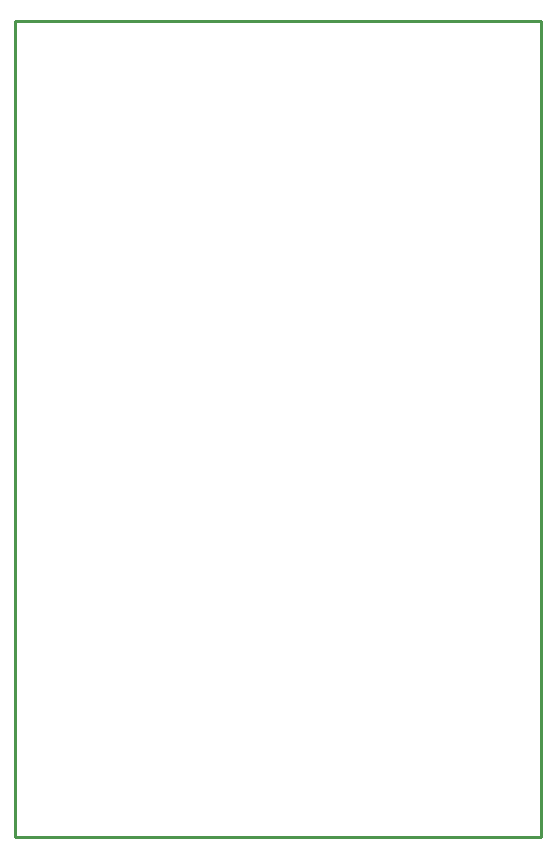
<source format=gko>
G04 Layer_Color=16711935*
%FSLAX24Y24*%
%MOIN*%
G70*
G01*
G75*
%ADD18C,0.0100*%
D18*
X4760Y-3840D02*
Y23340D01*
X-12790D02*
X4760D01*
X-12790Y-3850D02*
Y23340D01*
Y-3850D02*
X4750D01*
M02*

</source>
